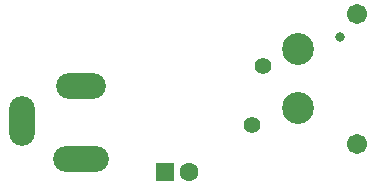
<source format=gbs>
G04*
G04 #@! TF.GenerationSoftware,Altium Limited,Altium NEXUS,4.0.8 (67)*
G04*
G04 Layer_Color=16711935*
%FSLAX44Y44*%
%MOMM*%
G71*
G04*
G04 #@! TF.SameCoordinates,A6274CC6-94C6-42B1-B2ED-8DB77C6F39E9*
G04*
G04*
G04 #@! TF.FilePolarity,Negative*
G04*
G01*
G75*
%ADD18C,1.7032*%
%ADD19C,2.7032*%
%ADD20C,1.6016*%
%ADD21R,1.6016X1.6016*%
%ADD22C,1.4032*%
%ADD23O,2.2032X4.2032*%
%ADD24O,4.2032X2.2032*%
%ADD25O,4.7032X2.2032*%
%ADD26C,0.8032*%
D18*
X559000Y1126000D02*
D03*
Y1236000D02*
D03*
D19*
X509000Y1156000D02*
D03*
Y1206000D02*
D03*
D20*
X416000Y1102000D02*
D03*
D21*
X396000D02*
D03*
D22*
X479000Y1192000D02*
D03*
X470000Y1142000D02*
D03*
D23*
X275000Y1145000D02*
D03*
D24*
X325000Y1175000D02*
D03*
D25*
Y1113000D02*
D03*
D26*
X544000Y1216000D02*
D03*
M02*

</source>
